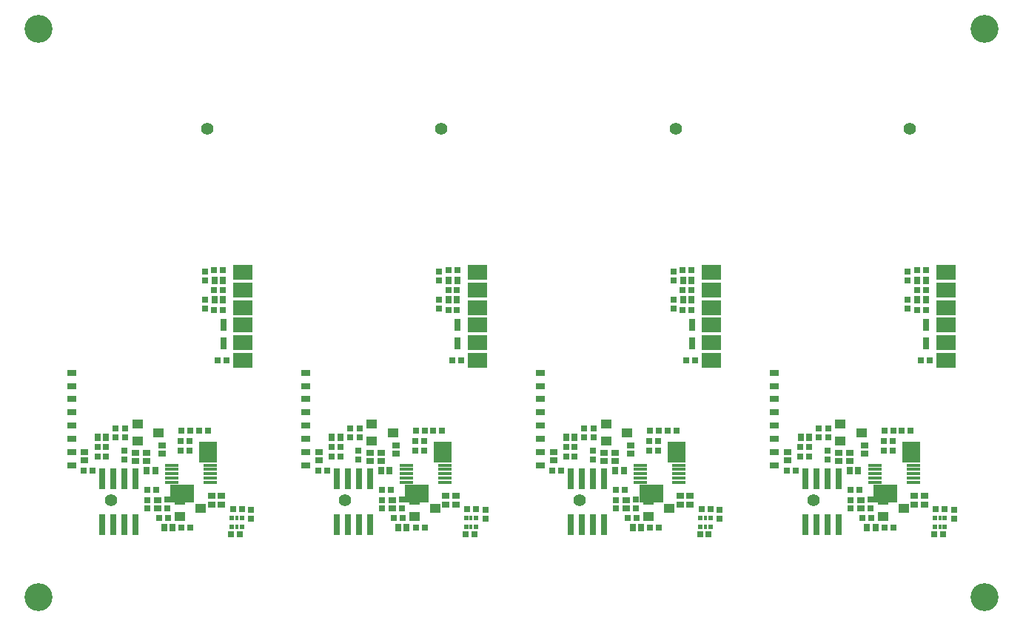
<source format=gbs>
G04*
G04 #@! TF.GenerationSoftware,Altium Limited,Altium Designer,20.1.14 (287)*
G04*
G04 Layer_Color=16711935*
%FSAX25Y25*%
%MOIN*%
G70*
G04*
G04 #@! TF.SameCoordinates,1876172F-CBA1-4FB9-98D7-45F53F2F45AF*
G04*
G04*
G04 #@! TF.FilePolarity,Negative*
G04*
G01*
G75*
%ADD20R,0.02362X0.01968*%
%ADD49R,0.04343X0.03162*%
%ADD53R,0.02769X0.03162*%
%ADD54R,0.04737X0.03950*%
%ADD55R,0.03162X0.02769*%
%ADD61C,0.12611*%
%ADD62C,0.05524*%
%ADD63R,0.07887X0.09461*%
%ADD64R,0.10642X0.07887*%
%ADD65R,0.03162X0.03320*%
%ADD66R,0.03320X0.03162*%
%ADD67R,0.02887X0.05721*%
%ADD68R,0.03162X0.09461*%
%ADD69R,0.03162X0.09461*%
%ADD70R,0.06102X0.01575*%
%ADD71R,0.01575X0.01968*%
%ADD72R,0.08674X0.06706*%
D20*
X0450837Y0404408D02*
D03*
X0446270D02*
D03*
X0450837Y0400471D02*
D03*
X0446270D02*
D03*
X0556350Y0404408D02*
D03*
X0551783D02*
D03*
X0556350Y0400471D02*
D03*
X0551783D02*
D03*
X0661863Y0404408D02*
D03*
X0657296D02*
D03*
X0661863Y0400471D02*
D03*
X0657296D02*
D03*
X0767376Y0404408D02*
D03*
X0762809D02*
D03*
X0767376Y0400471D02*
D03*
X0762809D02*
D03*
D49*
X0374144Y0434132D02*
D03*
Y0428227D02*
D03*
Y0445943D02*
D03*
Y0440037D02*
D03*
Y0457951D02*
D03*
Y0452045D02*
D03*
Y0469762D02*
D03*
Y0463856D02*
D03*
X0479657Y0434132D02*
D03*
Y0428227D02*
D03*
Y0445943D02*
D03*
Y0440037D02*
D03*
Y0457951D02*
D03*
Y0452045D02*
D03*
Y0469762D02*
D03*
Y0463856D02*
D03*
X0585170Y0434132D02*
D03*
Y0428227D02*
D03*
Y0445943D02*
D03*
Y0440037D02*
D03*
Y0457951D02*
D03*
Y0452045D02*
D03*
Y0469762D02*
D03*
Y0463856D02*
D03*
X0690683Y0434132D02*
D03*
Y0428227D02*
D03*
Y0445943D02*
D03*
Y0440037D02*
D03*
Y0457951D02*
D03*
Y0452045D02*
D03*
Y0469762D02*
D03*
Y0463856D02*
D03*
D53*
X0440010Y0475589D02*
D03*
X0443947D02*
D03*
X0438277Y0507085D02*
D03*
X0442214D02*
D03*
X0438317Y0516022D02*
D03*
X0442254D02*
D03*
X0438277Y0498187D02*
D03*
X0442214D02*
D03*
X0412293Y0417045D02*
D03*
X0408356D02*
D03*
X0389695Y0436494D02*
D03*
X0385758D02*
D03*
X0389695Y0432203D02*
D03*
X0385758D02*
D03*
X0383593Y0425864D02*
D03*
X0379656D02*
D03*
X0413632Y0404486D02*
D03*
X0417569D02*
D03*
X0431506Y0443699D02*
D03*
X0435443D02*
D03*
X0427569D02*
D03*
X0423632D02*
D03*
X0423317Y0434880D02*
D03*
X0427254D02*
D03*
X0427254Y0439250D02*
D03*
X0423317D02*
D03*
X0450758Y0408345D02*
D03*
X0446821D02*
D03*
X0450010Y0396963D02*
D03*
X0446073D02*
D03*
X0423671Y0400156D02*
D03*
X0427608D02*
D03*
X0545523Y0475589D02*
D03*
X0549460D02*
D03*
X0543791Y0507085D02*
D03*
X0547728D02*
D03*
X0543830Y0516022D02*
D03*
X0547767D02*
D03*
X0543791Y0498187D02*
D03*
X0547728D02*
D03*
X0517806Y0417045D02*
D03*
X0513869D02*
D03*
X0495208Y0436494D02*
D03*
X0491271D02*
D03*
X0495208Y0432203D02*
D03*
X0491271D02*
D03*
X0489106Y0425864D02*
D03*
X0485169D02*
D03*
X0519145Y0404486D02*
D03*
X0523082D02*
D03*
X0537019Y0443699D02*
D03*
X0540956D02*
D03*
X0533082D02*
D03*
X0529145D02*
D03*
X0528830Y0434880D02*
D03*
X0532767D02*
D03*
X0532767Y0439250D02*
D03*
X0528830D02*
D03*
X0556271Y0408345D02*
D03*
X0552334D02*
D03*
X0555523Y0396963D02*
D03*
X0551586D02*
D03*
X0529184Y0400156D02*
D03*
X0533121D02*
D03*
X0651036Y0475589D02*
D03*
X0654973D02*
D03*
X0649304Y0507085D02*
D03*
X0653241D02*
D03*
X0649343Y0516022D02*
D03*
X0653280D02*
D03*
X0649304Y0498187D02*
D03*
X0653241D02*
D03*
X0623320Y0417045D02*
D03*
X0619383D02*
D03*
X0600721Y0436494D02*
D03*
X0596784D02*
D03*
X0600721Y0432203D02*
D03*
X0596784D02*
D03*
X0594619Y0425864D02*
D03*
X0590682D02*
D03*
X0624658Y0404486D02*
D03*
X0628595D02*
D03*
X0642532Y0443699D02*
D03*
X0646469D02*
D03*
X0638595D02*
D03*
X0634658D02*
D03*
X0634343Y0434880D02*
D03*
X0638280D02*
D03*
X0638280Y0439250D02*
D03*
X0634343D02*
D03*
X0661784Y0408345D02*
D03*
X0657847D02*
D03*
X0661036Y0396963D02*
D03*
X0657099D02*
D03*
X0634698Y0400156D02*
D03*
X0638635D02*
D03*
X0756550Y0475589D02*
D03*
X0760487D02*
D03*
X0754817Y0507085D02*
D03*
X0758754D02*
D03*
X0754856Y0516022D02*
D03*
X0758793D02*
D03*
X0754817Y0498187D02*
D03*
X0758754D02*
D03*
X0728833Y0417045D02*
D03*
X0724896D02*
D03*
X0706235Y0436494D02*
D03*
X0702297D02*
D03*
X0706235Y0432203D02*
D03*
X0702297D02*
D03*
X0700132Y0425864D02*
D03*
X0696195D02*
D03*
X0730171Y0404486D02*
D03*
X0734108D02*
D03*
X0748045Y0443699D02*
D03*
X0751982D02*
D03*
X0744108D02*
D03*
X0740171D02*
D03*
X0739856Y0434880D02*
D03*
X0743794D02*
D03*
X0743793Y0439250D02*
D03*
X0739856D02*
D03*
X0767298Y0408345D02*
D03*
X0763361D02*
D03*
X0766549Y0396963D02*
D03*
X0762612D02*
D03*
X0740211Y0400156D02*
D03*
X0744148D02*
D03*
D54*
X0413238Y0442911D02*
D03*
X0403789Y0446652D02*
D03*
Y0439171D02*
D03*
X0432372Y0408778D02*
D03*
X0422923Y0412518D02*
D03*
Y0405037D02*
D03*
X0518751Y0442911D02*
D03*
X0509303Y0446652D02*
D03*
Y0439171D02*
D03*
X0537885Y0408778D02*
D03*
X0528436Y0412518D02*
D03*
Y0405037D02*
D03*
X0624265Y0442911D02*
D03*
X0614816Y0446652D02*
D03*
Y0439171D02*
D03*
X0643398Y0408778D02*
D03*
X0633950Y0412518D02*
D03*
Y0405037D02*
D03*
X0729778Y0442911D02*
D03*
X0720329Y0446652D02*
D03*
Y0439171D02*
D03*
X0748912Y0408778D02*
D03*
X0739463Y0412518D02*
D03*
Y0405037D02*
D03*
D55*
X0393907Y0444801D02*
D03*
Y0440864D02*
D03*
X0434144Y0502597D02*
D03*
Y0498660D02*
D03*
Y0511534D02*
D03*
Y0515471D02*
D03*
X0454970Y0407990D02*
D03*
Y0404053D02*
D03*
X0397884Y0430825D02*
D03*
Y0434762D02*
D03*
X0398317Y0440864D02*
D03*
Y0444801D02*
D03*
X0408238Y0412557D02*
D03*
Y0408620D02*
D03*
X0417372Y0412636D02*
D03*
Y0408699D02*
D03*
X0499421Y0444801D02*
D03*
Y0440864D02*
D03*
X0539657Y0502597D02*
D03*
Y0498660D02*
D03*
Y0511534D02*
D03*
Y0515471D02*
D03*
X0560484Y0407990D02*
D03*
Y0404053D02*
D03*
X0503397Y0430825D02*
D03*
Y0434762D02*
D03*
X0503830Y0440864D02*
D03*
Y0444801D02*
D03*
X0513751Y0412557D02*
D03*
Y0408620D02*
D03*
X0522885Y0412636D02*
D03*
Y0408699D02*
D03*
X0604934Y0444801D02*
D03*
Y0440864D02*
D03*
X0645170Y0502597D02*
D03*
Y0498660D02*
D03*
Y0511534D02*
D03*
Y0515471D02*
D03*
X0665997Y0407990D02*
D03*
Y0404053D02*
D03*
X0608910Y0430825D02*
D03*
Y0434762D02*
D03*
X0609343Y0440864D02*
D03*
Y0444801D02*
D03*
X0619265Y0412557D02*
D03*
Y0408620D02*
D03*
X0628398Y0412636D02*
D03*
Y0408699D02*
D03*
X0710447Y0444801D02*
D03*
Y0440864D02*
D03*
X0750683Y0502597D02*
D03*
Y0498660D02*
D03*
Y0511534D02*
D03*
Y0515471D02*
D03*
X0771510Y0407990D02*
D03*
Y0404053D02*
D03*
X0714424Y0430825D02*
D03*
Y0434762D02*
D03*
X0714856Y0440864D02*
D03*
Y0444801D02*
D03*
X0724778Y0412557D02*
D03*
Y0408620D02*
D03*
X0733912Y0412636D02*
D03*
Y0408699D02*
D03*
D61*
X0785245Y0368778D02*
D03*
Y0624684D02*
D03*
X0359182D02*
D03*
Y0368778D02*
D03*
D62*
X0391860Y0412478D02*
D03*
X0435167Y0579762D02*
D03*
X0497373Y0412478D02*
D03*
X0540681Y0579762D02*
D03*
X0602887Y0412478D02*
D03*
X0646194Y0579762D02*
D03*
X0708400Y0412478D02*
D03*
X0751707Y0579762D02*
D03*
D63*
X0435625Y0434255D02*
D03*
X0541138D02*
D03*
X0646652D02*
D03*
X0752165D02*
D03*
D64*
X0424061Y0415265D02*
D03*
X0529574D02*
D03*
X0635088D02*
D03*
X0740601D02*
D03*
D65*
X0419537Y0400156D02*
D03*
X0415758D02*
D03*
X0408002Y0425785D02*
D03*
X0411782D02*
D03*
X0438435Y0502636D02*
D03*
X0442214D02*
D03*
X0438474Y0511534D02*
D03*
X0442254D02*
D03*
X0389655Y0440904D02*
D03*
X0385876D02*
D03*
X0525051Y0400156D02*
D03*
X0521271D02*
D03*
X0513515Y0425785D02*
D03*
X0517295D02*
D03*
X0543948Y0502636D02*
D03*
X0547728D02*
D03*
X0543988Y0511534D02*
D03*
X0547767D02*
D03*
X0495169Y0440904D02*
D03*
X0491389D02*
D03*
X0630564Y0400156D02*
D03*
X0626784D02*
D03*
X0619028Y0425785D02*
D03*
X0622808D02*
D03*
X0649461Y0502636D02*
D03*
X0653241D02*
D03*
X0649501Y0511534D02*
D03*
X0653280D02*
D03*
X0600682Y0440904D02*
D03*
X0596902D02*
D03*
X0736077Y0400156D02*
D03*
X0732298D02*
D03*
X0724542Y0425785D02*
D03*
X0728321D02*
D03*
X0754975Y0502636D02*
D03*
X0758754D02*
D03*
X0755014Y0511534D02*
D03*
X0758794D02*
D03*
X0706195Y0440904D02*
D03*
X0702416D02*
D03*
D66*
X0407963Y0430077D02*
D03*
Y0433856D02*
D03*
X0402923Y0430077D02*
D03*
Y0433856D02*
D03*
X0380049Y0430274D02*
D03*
Y0434053D02*
D03*
X0412923Y0408660D02*
D03*
Y0412439D02*
D03*
X0441703Y0414290D02*
D03*
Y0410510D02*
D03*
X0437175Y0414290D02*
D03*
Y0410510D02*
D03*
X0414813Y0433384D02*
D03*
Y0437163D02*
D03*
X0513476Y0430077D02*
D03*
Y0433856D02*
D03*
X0508436Y0430077D02*
D03*
Y0433856D02*
D03*
X0485562Y0430274D02*
D03*
Y0434053D02*
D03*
X0518436Y0408660D02*
D03*
Y0412439D02*
D03*
X0547216Y0414290D02*
D03*
Y0410510D02*
D03*
X0542688Y0414290D02*
D03*
Y0410510D02*
D03*
X0520326Y0433384D02*
D03*
Y0437163D02*
D03*
X0618989Y0430077D02*
D03*
Y0433856D02*
D03*
X0613950Y0430077D02*
D03*
Y0433856D02*
D03*
X0591076Y0430274D02*
D03*
Y0434053D02*
D03*
X0623950Y0408660D02*
D03*
Y0412439D02*
D03*
X0652729Y0414290D02*
D03*
Y0410510D02*
D03*
X0648202Y0414290D02*
D03*
Y0410510D02*
D03*
X0625839Y0433384D02*
D03*
Y0437163D02*
D03*
X0724502Y0430077D02*
D03*
Y0433856D02*
D03*
X0719463Y0430077D02*
D03*
Y0433856D02*
D03*
X0696589Y0430274D02*
D03*
Y0434053D02*
D03*
X0729463Y0408660D02*
D03*
Y0412439D02*
D03*
X0758242Y0414290D02*
D03*
Y0410510D02*
D03*
X0753715Y0414290D02*
D03*
Y0410510D02*
D03*
X0731353Y0433384D02*
D03*
Y0437163D02*
D03*
D67*
X0442529Y0483010D02*
D03*
Y0491474D02*
D03*
X0548043Y0483010D02*
D03*
Y0491474D02*
D03*
X0653556Y0483010D02*
D03*
Y0491474D02*
D03*
X0759069Y0483010D02*
D03*
Y0491474D02*
D03*
D68*
X0397903Y0401455D02*
D03*
X0392903D02*
D03*
X0387903D02*
D03*
X0402904Y0421927D02*
D03*
X0397903D02*
D03*
X0392903D02*
D03*
X0387903D02*
D03*
X0503417Y0401455D02*
D03*
X0498417D02*
D03*
X0493417D02*
D03*
X0508417Y0421927D02*
D03*
X0503417D02*
D03*
X0498417D02*
D03*
X0493417D02*
D03*
X0608930Y0401455D02*
D03*
X0603930D02*
D03*
X0598930D02*
D03*
X0613930Y0421927D02*
D03*
X0608930D02*
D03*
X0603930D02*
D03*
X0598930D02*
D03*
X0714443Y0401455D02*
D03*
X0709443D02*
D03*
X0704443D02*
D03*
X0719443Y0421927D02*
D03*
X0714443D02*
D03*
X0709443D02*
D03*
X0704443D02*
D03*
D69*
X0402904Y0401455D02*
D03*
X0508417D02*
D03*
X0613930D02*
D03*
X0719443D02*
D03*
D70*
X0419301Y0420352D02*
D03*
Y0422321D02*
D03*
Y0424290D02*
D03*
Y0426258D02*
D03*
Y0428227D02*
D03*
X0436624D02*
D03*
Y0426258D02*
D03*
Y0424290D02*
D03*
Y0422321D02*
D03*
Y0420352D02*
D03*
X0524814D02*
D03*
Y0422321D02*
D03*
Y0424290D02*
D03*
Y0426258D02*
D03*
Y0428227D02*
D03*
X0542137D02*
D03*
Y0426258D02*
D03*
Y0424290D02*
D03*
Y0422321D02*
D03*
Y0420352D02*
D03*
X0630328D02*
D03*
Y0422321D02*
D03*
Y0424290D02*
D03*
Y0426258D02*
D03*
Y0428227D02*
D03*
X0647650D02*
D03*
Y0426258D02*
D03*
Y0424290D02*
D03*
Y0422321D02*
D03*
Y0420352D02*
D03*
X0735841D02*
D03*
Y0422321D02*
D03*
Y0424290D02*
D03*
Y0426258D02*
D03*
Y0428227D02*
D03*
X0753164D02*
D03*
Y0426258D02*
D03*
Y0424290D02*
D03*
Y0422321D02*
D03*
Y0420352D02*
D03*
D71*
X0448553Y0404408D02*
D03*
Y0400471D02*
D03*
X0554066Y0404408D02*
D03*
Y0400471D02*
D03*
X0659580Y0404408D02*
D03*
Y0400471D02*
D03*
X0765093Y0404408D02*
D03*
Y0400471D02*
D03*
D72*
X0451309Y0475589D02*
D03*
Y0499211D02*
D03*
Y0514959D02*
D03*
Y0507085D02*
D03*
Y0491337D02*
D03*
Y0483463D02*
D03*
X0556822Y0475589D02*
D03*
Y0499211D02*
D03*
Y0514959D02*
D03*
Y0507085D02*
D03*
Y0491337D02*
D03*
Y0483463D02*
D03*
X0662335Y0475589D02*
D03*
Y0499211D02*
D03*
Y0514959D02*
D03*
Y0507085D02*
D03*
Y0491337D02*
D03*
Y0483463D02*
D03*
X0767849Y0475589D02*
D03*
Y0499211D02*
D03*
Y0514959D02*
D03*
Y0507085D02*
D03*
Y0491337D02*
D03*
Y0483463D02*
D03*
M02*

</source>
